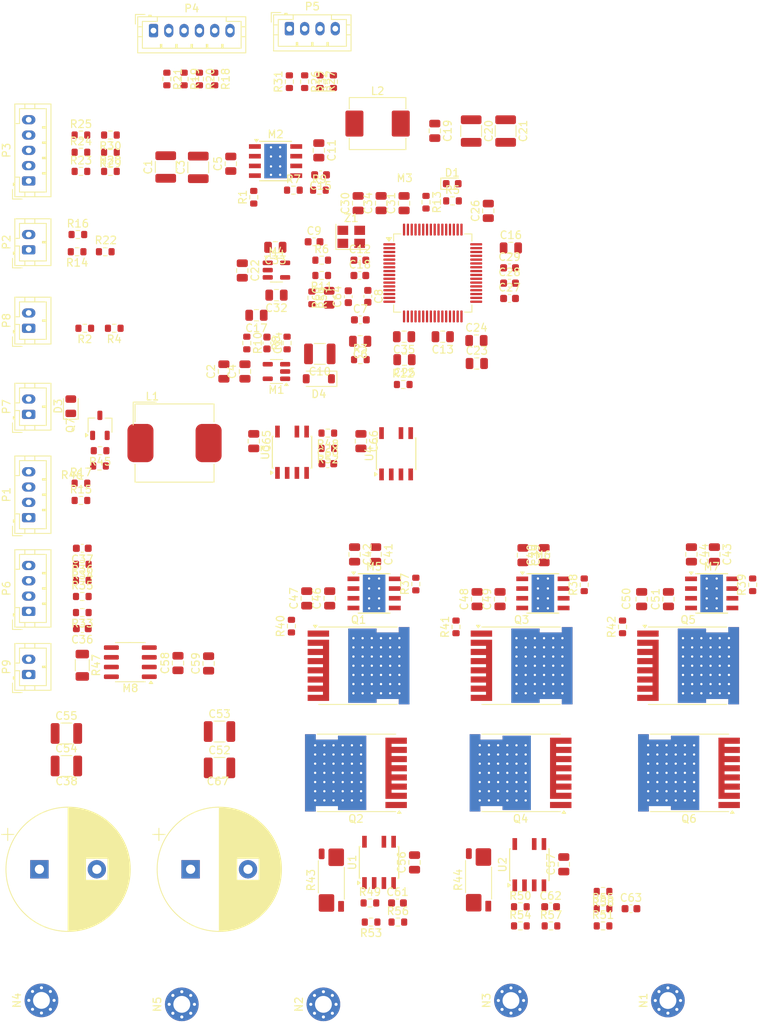
<source format=kicad_pcb>
(kicad_pcb (version 20240108) (generator "pcbnew") (generator_version "8.0")
  (layers (0 "F.Cu" signal) (31 "B.Cu" signal) (34 "B.Paste" user) (35 "F.Paste" user) (36 "B.SilkS" user "B.Silkscreen") (37 "F.SilkS" user "F.Silkscreen") (38 "B.Mask" user) (39 "F.Mask" user) (44 "Edge.Cuts" user))
  (net 0 "")
  (net 1 "+48V")
  (net 2 "GND")
  (net 3 "+5V")
  (net 4 "Net-(M3-V_DDA)")
  (net 5 "Net-(M3-PA0{slash}WKUP{slash}ADC_IN0)")
  (net 6 "Net-(C9-Pad2)")
  (net 7 "+12V")
  (net 8 "Net-(M2-BST)")
  (net 9 "Net-(M2-SW)")
  (net 10 "Net-(M3-OSC_IN)")
  (net 11 "Net-(M3-V_CAP1)")
  (net 12 "Net-(M1-FB)")
  (net 13 "Net-(M2-FB)")
  (net 14 "Net-(M3-V_CAP2)")
  (net 15 "NRST")
  (net 16 "+3.3V")
  (net 17 "Net-(M3-PC6{slash}TIM3_CH1)")
  (net 18 "Net-(M3-PC7{slash}TIM3_CH2)")
  (net 19 "Net-(M3-PC8{slash}TIM3_CH3)")
  (net 20 "Net-(M4-NR{slash}FB)")
  (net 21 "ADC_ANG")
  (net 22 "ADC_BRK")
  (net 23 "Net-(M5-HS)")
  (net 24 "Net-(M5-HB)")
  (net 25 "Net-(M6-HB)")
  (net 26 "Net-(M6-HS)")
  (net 27 "Net-(M7-HB)")
  (net 28 "TERMINAL_C")
  (net 29 "Net-(U3B-+)")
  (net 30 "Net-(U3A-+)")
  (net 31 "Net-(U4A-+)")
  (net 32 "Net-(U4B-+)")
  (net 33 "PCB_NTC")
  (net 34 "Net-(D1-Pad2)")
  (net 35 "Net-(Q7-D)")
  (net 36 "Net-(D4-A)")
  (net 37 "12V_EN")
  (net 38 "Net-(M2-RON)")
  (net 40 "BOOT")
  (net 41 "Net-(M3-OSC_OUT)")
  (net 45 "Net-(M3-PB7{slash}I2C1_SDA{slash}TIM4_CH2)")
  (net 46 "VOLTAGE_B")
  (net 47 "Net-(M3-PA4{slash}SPI1_NSS{slash}DAC_OUT1)")
  (net 49 "Net-(M3-PB6{slash}I2C1_SCL{slash}TIM4_CH1)")
  (net 50 "FET_AL")
  (net 51 "CURRENT_B")
  (net 53 "FET_CL")
  (net 55 "Net-(M3-PC10{slash}USART3_TX)")
  (net 56 "CAN_TX")
  (net 59 "FAN")
  (net 61 "Net-(M3-PA6{slash}SPI1_MISO)")
  (net 62 "Net-(M3-PA13{slash}SWDIO)")
  (net 63 "LED")
  (net 65 "FET_CH")
  (net 66 "CURRENT_A")
  (net 67 "FET_BL")
  (net 69 "FET_AH")
  (net 70 "CAN_RX")
  (net 71 "Net-(M3-PC11{slash}USART3_RX)")
  (net 72 "Net-(M3-PA5{slash}SPI1_SCK{slash}DAC_OUT2)")
  (net 73 "Net-(M3-PA7{slash}SPI1_MOSI)")
  (net 74 "VOLTAGE_U")
  (net 76 "VOLTAGE_C")
  (net 78 "Net-(M3-PA14{slash}SWCLK)")
  (net 79 "VOLTAGE_A")
  (net 82 "FET_BH")
  (net 83 "Net-(M5-HO)")
  (net 84 "Net-(M5-LO)")
  (net 85 "Net-(M6-HO)")
  (net 86 "Net-(M6-LO)")
  (net 87 "Net-(M7-LO)")
  (net 88 "Net-(M7-HO)")
  (net 89 "Net-(M8-CANH)")
  (net 90 "Net-(M8-CANL)")
  (net 91 "TERMINAL_A")
  (net 92 "TERMINAL_B")
  (net 93 "USART_RX")
  (net 94 "USART_TX")
  (net 95 "SWCLK")
  (net 96 "SWDIO")
  (net 97 "HALL_C")
  (net 98 "HALL_B")
  (net 99 "HALL_A")
  (net 100 "SPI_MOSI")
  (net 101 "SPI_SCK")
  (net 102 "SPI_MISO")
  (net 103 "SPI_NSS")
  (net 104 "IN_DIR")
  (net 105 "IN_PPM")
  (net 106 "Net-(P6-Pad3)")
  (net 107 "Net-(P6-Pad2)")
  (net 108 "EXT_NTC")
  (net 109 "Net-(Q1-G)")
  (net 110 "Net-(Q2-G)")
  (net 111 "Net-(Q3-G)")
  (net 112 "Net-(Q4-G)")
  (net 113 "Net-(Q5-G)")
  (net 114 "Net-(Q6-G)")
  (net 115 "Net-(Q7-G)")
  (net 116 "Net-(U1-_)")
  (net 117 "Net-(U1-+)")
  (net 118 "Net-(U2-_)")
  (net 119 "Net-(U2-+)")
  (net 120 "NC")
  (footprint "Capacitor_SMD:C_0805_2012Metric" (layer "F.Cu") (at 47.75 122.15 90)
    (property "Reference" "C4")
    (property "Value" "0.1uF 25v")
  )
  (footprint "Resistor_SMD:R_0603_1608Metric" (layer "F.Cu") (at 30.175 96)
    (property "Reference" "R28")
    (property "Value" "1K")
  )
  (footprint "Connector_JST:JST_PH_B2B-PH-K_1x02_P2.00mm_Vertical" (layer "F.Cu") (at 19.5 116.5 90)
    (property "Reference" "P8")
    (property "Value" "NTC")
  )
  (footprint "Resistor_SMD:R_0603_1608Metric" (layer "F.Cu") (at 25.825 106.5 180)
    (property "Reference" "R14")
    (property "Value" "330")
  )
  (footprint "Capacitor_SMD:C_0603_1608Metric" (layer "F.Cu") (at 56.775 105.2)
    (property "Reference" "C9")
    (property "Value" "12pF")
  )
  (footprint "Capacitor_SMD:C_0805_2012Metric" (layer "F.Cu") (at 64.82 146.05 -90)
    (property "Reference" "C41")
    (property "Value" "0.1uF 25v")
  )
  (footprint "Capacitor_SMD:C_0805_2012Metric" (layer "F.Cu") (at 51.8675 112.17 180)
    (property "Reference" "C32")
    (property "Value" "0.1uF 25v")
  )
  (footprint "Crystal:Crystal_SMD_3225-4Pin_3.2x2.5mm" (layer "F.Cu") (at 61.635 104.55)
    (property "Reference" "Z1")
    (property "Value" "12MHz")
  )
  (footprint "Resistor_SMD:R_0603_1608Metric" (layer "F.Cu") (at 71.4 100.025 -90)
    (property "Reference" "R13")
    (property "Value" "10K")
  )
  (footprint "MountingHole:MountingHole_2.2mm_M2_Pad_Via" (layer "F.Cu") (at 82.5 204.35 90)
    (property "Reference" "N3")
    (property "Value" "PAD4")
  )
  (footprint "Package_SO:SOIC-8_3.9x4.9mm_P1.27mm" (layer "F.Cu") (at 32.775 160.135 180)
    (property "Reference" "M8")
    (property "Value" "SN65HVD256")
  )
  (footprint "Capacitor_SMD:C_0805_2012Metric" (layer "F.Cu") (at 57.4 93.25 -90)
    (property "Reference" "C11")
    (property "Value" "2.2nF 50v")
  )
  (footprint "Package_QFP:LQFP-64_10x10mm_P0.5mm" (layer "F.Cu") (at 72.285 109.28)
    (property "Reference" "M3")
    (property "Value" "STM32F405RG")
  )
  (footprint "Package_TO_SOT_SMD:TSOT-23" (layer "F.Cu") (at 28.8 129.19 90)
    (property "Reference" "Q7")
    (property "Value" "IRLML6401")
  )
  (footprint "Package_TO_SOT_SMD:SOT-23-5" (layer "F.Cu") (at 51.8625 108.9)
    (property "Reference" "M4")
    (property "Value" "TPS73633")
  )
  (footprint "Capacitor_SMD:C_0805_2012Metric" (layer "F.Cu") (at 68.535 100.155 90)
    (property "Reference" "C31")
    (property "Value" "0.1uF 25v")
  )
  (footprint "Resistor_SMD:R_0805_2012Metric" (layer "F.Cu") (at 58.75 112.5125 90)
    (property "Reference" "R60")
    (property "Value" "10K NTC")
  )
  (footprint "Resistor_SMD:R_0603_1608Metric" (layer "F.Cu") (at 26.5 147.35 180)
    (property "Reference" "R34")
    (property "Value" "10K 1%")
  )
  (footprint "Capacitor_SMD:C_0805_2012Metric" (layer "F.Cu") (at 48.9 131.25 -90)
    (property "Reference" "C65")
    (property "Value" "0.1uF 25v")
  )
  (footprint "Inductor_SMD:L_Abracon_ASPI-0630LR" (layer "F.Cu") (at 65.075 89.75)
    (property "Reference" "L2")
    (property "Value" "22uH")
  )
  (footprint "Package_SO:Texas_HSOP-8-1EP_3.9x4.9mm_P1.27mm_ThermalVias" (layer "F.Cu") (at 64.62 151.15)
    (property "Reference" "M5")
    (property "Value" "UCC27211A")
  )
  (footprint "Capacitor_SMD:C_0603_1608Metric" (layer "F.Cu") (at 58.575 134.2)
    (property "Reference" "C60")
    (property "Value" "1nF C0G")
  )
  (footprint "Capacitor_SMD:C_0805_2012Metric" (layer "F.Cu") (at 81.07 151.9 90)
    (property "Reference" "C49")
    (property "Value" "0.1uF 25v")
  )
  (footprint "Capacitor_SMD:C_0805_2012Metric" (layer "F.Cu") (at 55.82 151.8 90)
    (property "Reference" "C47")
    (property "Value" "0.1uF 25v")
  )
  (footprint "Package_SO:SOIC-8-N7_3.9x4.9mm_P1.27mm" (layer "F.Cu") (at 53.9 132.7 90)
    (property "Reference" "U3")
    (property "Value" "AD8539")
  )
  (footprint "Resistor_SMD:R_0603_1608Metric" (layer "F.Cu") (at 114.07 150.025 90)
    (property "Reference" "R39")
    (property "Value" "2")
  )
  (footprint "Capacitor_SMD:C_0805_2012Metric" (layer "F.Cu") (at 58.82 151.8 90)
    (property "Reference" "C46")
    (property "Value" "4.7uF 25v")
  )
  (footprint "Capacitor_SMD:C_0805_2012Metric" (layer "F.Cu") (at 45 122.15 90)
    (property "Reference" "C2")
    (property "Value" "4.7uF 16v")
  )
  (footprint "Capacitor_SMD:C_0805_2012Metric" (layer "F.Cu") (at 69.9 186.3 90)
    (property "Reference" "C56")
    (property "Value" "0.1uF 25v")
  )
  (footprint "Resistor_SMD:R_0603_1608Metric" (layer "F.Cu") (at 83.725 194.6)
    (property "Reference" "R54")
    (property "Value" "22K 1%")
  )
  (footprint "Resistor_SMD:R_0603_1608Metric" (layer "F.Cu") (at 26.5 149.45)
    (property "Reference" "R36")
    (property "Value" "10K 1%")
  )
  (footprint "Capacitor_SMD:C_0603_1608Metric" (layer "F.Cu") (at 62.76 107.605)
    (property "Reference" "C12")
    (property "Value" "12pF")
  )
  (footprint "Capacitor_SMD:C_0603_1608Metric" (layer "F.Cu") (at 50.622 118.425 -90)
    (property "Reference" "C14")
    (property "Value" "180pF")
  )
  (footprint "Package_TO_SOT_SMD:Infineon_PG-HSOF-8-1_ThermalVias" (layer "F.Cu") (at 105.75 174.6 180)
    (property "Reference" "Q6")
    (property "Value" "IPT010N08NM5")
  )
  (footprint "Capacitor_SMD:C_1210_3225Metric" (layer "F.Cu") (at 81.8 90.725 -90)
    (property "Reference" "C21")
    (property "Value" "47uF 10v")
  )
  (footprint "Connector_JST:JST_PH_B2B-PH-K_1x02_P2.00mm_Vertical" (layer "F.Cu") (at 19.5 106.25 90)
    (property "Reference" "P2")
    (property "Value" "SWD")
  )
  (footprint "Resistor_SMD:R_0603_1608Metric" (layer "F.Cu") (at 28.75 134.5 180)
    (property "Reference" "R46")
    (property "Value" "1K")
  )
  (footprint "Capacitor_SMD:C_0805_2012Metric" (layer "F.Cu") (at 82.485 106.005)
    (property "Reference" "C16")
    (property "Value" "0.1uF 25v")
  )
  (footprint "Capacitor_SMD:C_0805_2012Metric" (layer "F.Cu") (at 109.07 146.05 -90)
    (property "Reference" "C43")
    (property "Value" "0.1uF 25v")
  )
  (footprint "Capacitor_SMD:C_0603_1608Metric" (layer "F.Cu") (at 26.5 155.75 180)
    (property "Reference" "C36")
    (property "Value" "0.01uF 25v")
  )
  (footprint "Capacitor_SMD:C_1210_3225Metric" (layer "F.Cu") (at 24.425 169.45)
    (property "Reference" "C55")
    (property "Value" "4.7uF 100v")
  )
  (footprint "Capacitor_THT:CP_Radial_D16.0mm_P7.50mm" (layer "F.Cu") (at 20.9 187.2)
    (property "Reference" "C38")
    (property "Value" "680uF 80v")
  )
  (footprint "Capacitor_SMD:C_0603_1608Metric" (layer "F.Cu") (at 26.5 145.25 180)
    (property "Reference" "C37")
    (property "Value" "0.01uF 25v")
  )
  (footprint "Package_SO:TI_SO-PowerPAD-8_ThermalVias" (layer "F.Cu") (at 51.75 94.65)
    (property "Reference" "M2")
    (property "Value" "LM5164")
  )
  (footprint "Resistor_SMD:R_0603_1608Metric" (layer "F.Cu") (at 94.525 194.6)
    (property "Reference" "R51")
    (property "Value" "470K 1%")
  )
  (footprint "Resistor_SMD:R_1206_3216Metric" (layer "F.Cu") (at 26.5 160.5375 -90)
    (property "Reference" "R47")
    (property "Value" "470")
  )
  (footprint "Resistor_SMD:R_0603_1608Metric" (layer "F.Cu") (at 57.475 98.45)
    (property "Reference" "R9")
    (property "Value" "100K 1%")
  )
  (footprint "Resistor_SMD:R_0603_1608Metric" (layer "F.Cu") (at 26.325 139)
    (property "Reference" "R15")
    (property "Value" "330")
  )
  (footprint "Package_SO:SOIC-8-N7_3.9x4.9mm_P1.27mm" (layer "F.Cu") (at 65.265 186.3 90)
    (property "Reference" "U1")
    (property "Value" "AD8418")
  )
  (footprint "Capacitor_SMD:C_0603_1608Metric" (layer "F.Cu") (at 62.76 109.605)
    (property "Reference" "C18")
    (property "Value" "0.01uF 25v")
  )
  (footprint "Inductor_SMD:L_Bourns_SRP1050WA" (layer "F.Cu") (at 38.55 131.5)
    (property "Reference" "L1")
    (property "Value" "10uH")
  )
  (footprint "Resistor_SMD:R_0603_1608Metric" (layer "F.Cu") (at 57.775 109.6 180)
    (property "Reference" "R11")
    (property "Value" "10K")
  )
  (footprint "Connector_JST:JST_PH_B4B-PH-K_1x04_P2.00mm_Vertical" (layer "F.Cu") (at 53.55 77.35)
    (property "Reference" "P5")
    (property "Value" "PPM")
  )
  (footprint "Resistor_SMD:R_0603_1608Metric" (layer "F.Cu") (at 58.575 132.2 180)
    (property "Reference" "R52")
    (property "Value" "22K 1%")
  )
  (footprint "Connector_JST:JST_PH_B2B-PH-K_1x02_P2.00mm_Vertical" (layer "F.Cu") (at 19.5 127.75 90)
    (property "Reference" "P7")
    (property "Value" "FAN")
  )
  (footprint "Resistor_SMD:R_0603_1608Metric" (layer "F.Cu") (at 37.55 83.925 -90)
    (property "Reference" "R21")
    (property "Value" "330")
  )
  (footprint "Package_SO:SOIC-8-N7_3.9x4.9mm_P1.27mm" (layer "F.Cu") (at 84.9 186.6 90)
    (property "Reference" "U2")
    (property "Value" "AD8418")
  )
  (footprint "Resistor_SMD:R_0603_1608Metric" (layer "F.Cu") (at 26.325 136.75)
    (property "Reference" "R17")
    (property "Value" "330")
  )
  (footprint "Resistor_SMD:R_0603_1608Metric" (layer "F.Cu") (at 26.325 96)
    (property "Reference" "R23")
    (property "Value" "1K")
  )
  (footprint "Capacitor_SMD:C_1210_3225Metric" (layer "F.Cu") (at 37.4 95.425 90)
    (property "Reference" "C1")
    (property "Value" "2.2uF 100v")
  )
  (footprint "Capacitor_SMD:C_0805_2012Metric" (layer "F.Cu") (at 103.07 151.9 90)
    (property "Reference" "C51")
    (property "Value" "0.1uF 25v")
  )
  (footprint "Capacitor_SMD:C_1210_3225Metric" (layer "F.Cu") (at 44.425 169.2)
    (property "Reference" "C53")
    (property "Value" "4.7uF 100v")
  )
  (footprint "Capacitor_SMD:C_0603_1608Metric" (layer "F.Cu") (at 82.31 112.605)
    (property "Reference" "C27")
    (property "Value" "0.01uF 25v")
  )
  (footprint "Capacitor_SMD:C_0805_2012Metric" (layer "F.Cu") (at 65.535 100.15 90)
    (property "Reference" "C34")
    (property "Value" "0.1uF 25v")
  )
  (footprint "Capacitor_SMD:C_1210_3225Metric" (layer "F.Cu") (at 44.425 173.95)
    (property "Reference" "C52")
    (property "Value" "4.7uF 100v")
  )
  (footprint "Capacitor_SMD:C_0805_2012Metric" (layer "F.Cu") (at 51.7175 105.92 180)
    (property "Reference" "C33")
    (property "Value" "0.1uF 25v")
  )
  (footprint "Capacitor_SMD:C_0805_2012Metric" (layer "F.Cu") (at 62.535 100.155 90)
    (property "Reference" "C30")
    (property "Value" "4.7uF 16v")
  )
  (footprint "Resistor_SMD:R_0603_1608Metric" (layer "F.Cu") (at 64.225 194.1 180)
    (property "Reference" "R53")
    (property "Value" "22K 1%")
  )
  (footprint "Package_TO_SOT_SMD:Infineon_PG-HSOF-8-1_ThermalVias" (layer "F.Cu") (at 62.25 174.6 180)
    (property "Reference" "Q2")
    (property "Value" "IPT010N08NM5")
  )
  (footprint "Resistor_SMD:R_0603_1608Metric" (layer "F.Cu") (at 55.55 84.275 -90)
    (property "Reference" "R26")
    (property "Value" "330")
  )
  (footprint "Resistor_SMD:R_0603_1608Metric" (layer "F.Cu") (at 29.5 106.5 180)
    (property "Reference" "R22")
    (property "Value" "1")
  )
  (footprint "Capacitor_SMD:C_0805_2012Metric" (layer "F.Cu") (at 72.55 90.7 -90)
    (property "Reference" "C19")
    (property "Value" "1uF 25v")
  )
  (footprint "Resistor_SMD:R_0603_1608Metric" (layer "F.Cu") (at 75.32 155.525 90)
    (property "Reference" "R41")
    (property "Value" "2")
  )
  (footprint "Resistor_SMD:R_0603_1608Metric" (layer "F.Cu") (at 53.25 118.425 90)
    (property "Reference" "R8")
    (property "Value" "100K 1%")
  )
  (footprint "Resistor_SMD:R_0603_1608Metric" (layer "F.Cu") (at 74.86 99.855)
    (property "Reference" "R5")
    (property "Value" "1K")
  )
  (footprint "Resistor_SMD:R_0603_1608Metric" (layer "F.Cu") (at 57.775 107.6)
    (property "Reference" "R6")
    (property "Value" "1K")
  )
  (footprint "Resistor_SMD:R_Shunt_Vishay_WSK2512_6332Metric_T1.19mm" (layer "F.Cu") (at 59.035 188.615 90)
    (property "Reference" "R43")
    (property "Value" "0.0005 1%")
  )
  (footprint "Resistor_SMD:R_0603_1608Metric" (layer "F.Cu") (at 94.525 190.1 180)
    (property "Reference" "R58")
    (property "Value" "470K 1%")
  )
  (footprint "Resistor_SMD:R_0603_1608Metric" (layer "F.Cu") (at 68.425 123.85)
    (property "Reference" "R12")
    (property "Value" "10K")
  )
  (footprint "Capacitor_SMD:C_0805_2012Metric" (layer "F.Cu") (at 84.07 146.15 -90)
    (property "Reference" "C39")
    (property "Value" "0.1uF 25v")
  )
  (footprint "Capacitor_THT:CP_Radial_D16.0mm_P7.50mm" (layer "F.Cu") (at 40.65 187.2)
    (property "Reference" "C67")
    (property "Value" "680uF 80v")
  )
  (footprint "Resistor_SMD:R_0603_1608Metric" (layer "F.Cu") (at 26.5 153.65 180)
    (property "Reference" "R33")
    (property "Value" "10K 1%")
  )
  (footprint "Capacitor_SMD:C_0805_2012Metric" (layer "F.Cu") (at 68.585 120.605 180)
    (property "Reference" "C25")
    (property "Value" "4.7uF 16v")
  )
  (footprint "Capacitor_SMD:C_0603_1608Metric" (layer "F.Cu") (at 82.31 108.605)
    (property "Reference" "C29")
    (property "Value" "0.01uF 25v")
  )
  (footprint "Capacitor_SMD:C_0603_1608Metric" (layer "F.Cu") (at 67.675 191.6)
    (property "Reference" "C61")
    (property "Value" "1nF C0G")
  )
  (footprint "Package_TO_SOT_SMD:SOT-23-5" (layer "F.Cu") (at 51.8625 122.15 180)
    (property "Reference" "M1")
    (property "Value" "TPS61040")
  )
  (footprint "Capacitor_SMD:C_0805_2012Metric" (layer "F.Cu") (at 39 160.25 90)
    (property "Reference" "C58")
    (property "Value" "0.1uF 25v")
  )
  (footprint "Capacitor_SMD:C_0603_1608Metric" (layer "F.Cu") (at 57.625 96.45 180)
    (property "Reference" "C15")
    (property "Value" "180pF")
  )
  (footprint "Resistor_SMD:R_0603_1608Metric" (layer "F.Cu") (at 64.075 191.6)
    (property "Reference" "R49")
    (property "Value" "470K 1%")
  )
  (footprint "Resistor_SMD:R_0603_1608Metric" (layer "F.Cu") (at 41.8 83.925 -90)
    (property "Reference" "R20")
    (property "Value" "330")
  )
  (footprint "Capacitor_SMD:C_0603_1608Metric" (layer "F.Cu") (at 82.31 110.605)
    (property "Reference" "C28")
    (property "Value" "0.01uF 25v")
  )
  (footprint "Capacitor_SMD:C_0805_2012Metric" (layer "F.Cu") (at 106.07 146.05 -90)
    (property "Reference" "C44")
    (property "Value" "1uF 25v")
  )
  (footprint "Connector_JST:JST_PH_B2B-PH-K_1x02_P2.00mm_Vertical" (layer "F.Cu") (at 19.5 161.75 90)
    (property "Reference" "P9")
    (property "Value" "CAN")
  )
  (footprint "Capacitor_SMD:C_0805_2012Metric" (layer "F.Cu") (at 78.035 121.105)
    (property "Reference" "C23")
    (property "Value" "4.7uF 16v")
  )
  (footprint "Package_TO_SOT_SMD:Infineon_PG-HSOF-8-1_ThermalVias" (layer "F.Cu") (at 83.89 160.6)
    (property "Reference" "Q3")
    (property "Value" "IPT010N08NM5")
  )
  (footprint "Package_TO_SOT_SMD:Infineon_PG-HSOF-8-1_ThermalVias" (layer "F.Cu") (at 105.64 160.6)
    (property "Reference" "Q5")
    (property "Value" "IPT010N08NM5")
  )
  (footprint "Capacitor_SMD:C_1210_3225Metric" (layer "F.Cu") (at 57.525 119.85 180)
    (property "Reference" "C10")
    (property "Value" "10uF 25v")
  )
  (footprint "Capacitor_SMD:C_0603_1608Metric" (layer "F.Cu") (at 63.8 112.325 -90)
    (property "Reference" "C8")
    (property "Value" "0.01uF 25v")
  )
  (footprint "Capacitor_SMD:C_0805_2012Metric" (layer "F.Cu") (at 45.9 95 90)
    (property "Reference" "C5")
    (property "Value" "0.1uF 100v")
  )
  (footprint "LED_SMD:LED_0603_1608Metric" (layer "F.Cu") (at 74.8225 97.605)
    (property "Reference" "D1")
    (property "Value" "LED")
  )
  (footprint "Resistor_SMD:R_0603_1608Metric" (layer "F.Cu") (at 28.825 132.5 180)
    (property "Reference" "R45")
    (property "Value" "47K")
  )
  (footprint "MountingHole:MountingHole_2.2mm_M2_Pad_Via" (layer "F.Cu") (at 58 204.85 90)
    (property "Reference" "N2")
    (property "Value" "PAD4")
  )
  (footprint "Capacitor_SMD:C_0805_2012Metric" (layer "F.Cu") (at 62.07 146.05 -90)
    (property "Reference" "C42")
    (property "Value" "1uF 25v")
  )
  (footprint "Capacitor_SMD:C_0603_1608Metric" (layer "F.Cu") (at 87.675 192.1)
    (property "Reference" "C62")
    (property "Value" "1nF C0G")
  )
  (footprint "Capacitor_SMD:C_0805_2012Metric" (layer "F.Cu") (at 78.07 151.9 90)
    (property "Reference" "C48")
    (property "Value" "4.7uF 25v")
  )
  (footprint "Resistor_SMD:R_0603_1608Metric" (layer "F.Cu") (at 67.725 194.1)
    (property "Reference" "R56")
    (property "Value" "470K 1%")
  )
  (footprint "Resistor_SMD:R_0603_1608Metric" (layer "F.Cu") (at 47.994 118.425 -90)
    (property "Reference" "R10")
    (property "Value" "13.7K 1%")
  )
  (footprint "Package_SO:Texas_HSOP-8-1EP_3.9x4.9mm_P1.27mm_ThermalVias" (layer "F.Cu") (at 86.67 151.15)
    (property "Reference" "M6")
    (property "Value" "UCC27211A")
  )
  (footprint "Resistor_SMD:R_0603_1608Metric" (layer "F.Cu") (at 92.07 150.025 90)
    (property "Reference" "R38")
    (property "Value" "2")
  )
  (footprint "Resistor_SMD:R_0603_1608Metric" (layer "F.Cu") (at 26.325 91.25)
    (property "Reference" "R25")
    (property "Value" "1K")
  )
  (footprint "Resistor_SMD:R_0603_1608Metric" (layer "F.Cu") (at 30.175 93.5 180)
    (property "Reference" "R29")
    (property "Value" "1K")
  )
  (footprint "Package_TO_SOT_SMD:Infineon_PG-HSOF-8-1_ThermalVias" (layer "F.Cu") (at 62.59 160.6)
    (property "Reference" "Q1")
    (property "Value" "IPT010N08NM5")
  )
  (footprint "Resistor_SMD:R_0603_1608Metric" (layer "F.Cu") (at 39.8 83.925 -90)
    (property "Reference" "R19")
    (property "Value" "330")
  )
  (footprint "Capacitor_SMD:C_1210_3225Metric" (layer "F.Cu") (at 77.3 90.725 -90)
    (property "Reference" "C20")
    (property "Value" "47uF 10v")
  )
  (footprint "Package_TO_SOT_SMD:Infineon_PG-HSOF-8-1_ThermalVias" (layer "F.Cu") (at 83.75 174.6 180)
    (property "Reference" "Q4")
    (property "Value" "IPT010N08NM5")
  )
  (footprint "Resistor_SMD:R_0603_1608Metric" (layer "F.Cu") (at 70.07 149.925 90)
    (property "Reference" "R37")
    (property "Value" "2")
  )
  (footprint "Resistor_SMD:R_0603_1608Metric" (layer "F.Cu") (at 30.175 91.25 180)
    (property "Reference" "R30")
    (property "Value" "1K")
  )
  (footprint "Capacitor_SMD:C_0603_1608Metric" (layer "F.Cu") (at 62.825 115.4)
    (property "Reference" "C7")
    (property "Value" "0.01uF 25v")
  )
  (footprint "Resistor_SMD:R_0603_1608Metric" (layer "F.Cu") (at 30.675 116.5 180)
    (property "Reference" "R4")
    (property "Value" "330")
  )
  (footprint "Connector_JST:JST_PH_B4B-PH-K_1x04_P2.00mm_Vertical" (layer "F.Cu") (at 19.5 153.5 90)
    (property "Reference" "P6")
    (property "Value" "ANALOG")
  )
  (footprint "Resistor_SMD:R_0603_1608Metric" (layer "F.Cu") (at 59.3 84.275 90)
    (property "Reference" "R32")
    (property "Value" "1K")
  )
  (footprint "Capacitor_SMD:C_0805_2012Metric" (layer "F.Cu") (at 77.985 118.105)
    (property "Reference" "C24")
    (property "Value" "0.1uF 25v")
  )
  (footprint "Capacitor_SMD:C_1210_3225Metric" (layer "F.Cu") (at 41.65 95.475 90)
    (property "Reference" "C3")
    (property "Value" "2.2uF 100v")
  )
  (footprint "Resistor_SMD:R_Shunt_Vishay_WSK2512_6332Metric_T1.19mm" (layer "F.Cu") (at 78.265 188.585 90)
    (property "Reference" "R44")
    (property "Value" "0.0005 1%")
  )
  (footprint "Resistor_SMD:R_0603_1608Metric" (layer "F.Cu") (at 48.9 99.375 90)
    (property "Reference" "R1")
    (property "Value" "15K")
  )
  (footprint "Capacitor_SMD:C_1210_3225Metric" (layer "F.Cu") (at 24.425 173.7)
    (property "Reference" "C54")
    (property "Value" "4.7uF 100v")
  )
  (footprint "MountingHole:MountingHole_2.2mm_M2_Pad_Via" (layer "F.Cu") (at 39.5 204.85 90)
    (property "Reference" "N5")
    (property "Value" "PAD4")
  )
  (footprint "Capacitor_SMD:C_0805_2012Metric" (layer "F.Cu") (at 49.25 114.8 180)
    (property "Reference" "C17")
    (property "Value" "0.1uF 25v")
  )
  (footprint "Capacitor_SMD:C_0805_2012Metric" (layer "F.Cu") (at 86.82 146.15 90)
    (property "Reference" "C40")
    (property "Value" "1uF 25v")
  )
  (footprint "Resistor_SMD:R_0603_1608Metric" (layer "F.Cu") (at 25.925 104.25)
    (property "Reference" "R16")
    (property "Value" "330")
  )
  (footprint "Capacitor_SMD:C_0603_1608Metric" (layer "F.Cu") (at 61.25 112.375 90)
    (property "Reference" "C64")
    (property "Value" "0.01uF 25v")
  )
  (footprint "Capacitor_SMD:C_0805_2012Metric" (layer "F.Cu") (at 68.535 117.605 180)
    (property "Reference" "C35")
    (property "Value" "0.1uF 25v")
  )
  (footprint "Resistor_SMD:R_0603_1608Metric" (layer "F.Cu") (at 62.825 120.6)
    (property "Reference" "R3")
    (property "Value" "1")
  )
  (footprint "Diode_SMD:D_SOD-123" (layer "F.Cu") (at 57.4 123.1 180)
    (property "Reference" "D4")
    (property "Value" "MBR0530")
  )
  (footprint "Resistor_SMD:R_0603_1608Metric" (layer "F.Cu") (at 57.55 84.275 -90)
    (property "Reference" "R27")
    (property "Value" "330")
  )
  (footprint "Connector_JST:JST_PH_B4B-PH-K_1x04_P2.00mm_Vertical" (layer "F.Cu") (at 19.5 141.25 90)
    (property "Reference" "P1")
    (property "Value" "USART")
  )
  (footprint "Capacitor_SMD:C_0805_2012Metric" (layer "F.Cu") (at 62.9 131.25 -90)
    (property "Reference" "C66")
    (property "Value" "0.1uF 25v")
  )
  (footprint "Capacitor_SMD:C_0805_2012Metric" (layer "F.Cu") (at 79.535 101.155 90)
    (property "Reference" "C26")
    (property "Value" "0.1uF 25v")
  )
  (footprint "Resistor_SMD:R_0603_1608Metric" (layer "F.Cu") (at 26.325 93.5)
    (property "Reference" "R24")
    (property "Value" "1K")
  )
  (footprint "Capacitor_SMD:C_0805_2012Metric" (layer "F.Cu") (at 99.57 151.9 90)
    (property "Reference" "C50")
    (property "Value" "4.7uF 25v")
  )
  (footprint "Capacitor_SMD:C_0805_2012Metric" (layer "F.Cu") (at 62.8 118.2 180)
    (property "Reference" "C6")
    (property "Value" "0.1uF 25v")
  )
  (footprint "Resistor_SMD:R_0603_1608Metric" (layer "F.Cu") (at 26.5 151.55)
    (property "Reference" "R35")
    (property "Value" "10K 1%")
  )
  (footprint "Capacitor_SMD:C_0805_2012Metric" (layer "F.Cu") (at 73.585 117.605 180)
    (property "Reference" "C13")
    (property "Value" "0.1uF 25v")
  )
  (footprint "Capacitor_SMD:C_0805_2012Metric" (layer "F.Cu") (at 89.4 186.55 90)
    (property "Reference" "C57")
    (property "Value" "0.1uF 25v")
  )
  (footprint "Package_SO:Texas_HSOP-8-1EP_3.9x4.9mm_P1.27mm_ThermalVias" (layer "F.Cu") (at 108.72 151.15)
    (property "Reference" "M7")
    (property "Value" "UCC27211A")
  )
  (footprint "MountingHole:MountingHole_2.2mm_M2_Pad_Via" (layer "F.Cu") (at 103 204.35 90)
    (property "Reference" "N1")
    (property "Value" "PAD4")
  )
  (footprint "Resistor_SMD:R_0603_1608Metric" (layer "F.Cu") (at 26.825 116.5 180)
    (property "Reference" "R2")
    (property "Value" "10K 1%")
  )
  (footprint "Resistor_SMD:R_0603_1608Metric" (layer "F.Cu") (at 94.525 192.35)
    (property "Reference" "R55")
    (property "Value" "22K 1%")
  )
  (footprint "Resistor_SMD:R_0603_1608Metric" (layer "F.Cu") (at 53.55 84.275 90)
    (property "Reference" "R31")
    (property "Value" "1K")
  )
  (footprint "Capacitor_SMD:C_0805_2012Metric" (layer "F.Cu") (at 47.4 108.95 -90)
    (property "Reference" "C22")
    (property "Value" "4.7uF 16v")
  )
  (footprint "Resistor_SMD:R_0603_1608Metric" (layer "F.Cu") (at 56.5 112.525 -90)
    (property "Reference" "R59")
    (property "Value" "10K 1%")
  )
  (footprint "Resistor_SMD:R_0603_1608Metric" (layer "F.Cu") (at 87.725 194.6)
    (property "Reference" "R57")
    (property "Value" "470K 1%")
  )
  (footprint "Connector_JST:JST_PH_B5B-PH-K_1x05_P2.00mm_Vertical" (layer "F.Cu") (at 19.5 97.25 90)
    (property "Reference" "P3")
    (property "Value" "HALL")
  )
  (footprint "Resistor_SMD:R_0603_1608Metric" (layer "F.Cu") (at 43.8 83.925 -90)
    (property "Reference" "R18")
    (property "Value" "330")
  )
  (footprint "Connector_JST:JST_PH_B6B-PH-K_1x06_P2.00mm_Vertical" (layer "F.Cu") (at 35.8 77.6)
    (property "Reference" "P4")
    (property "Value" "SPI")
  )
  (footprint "Capacitor_SMD:C_0805_2012Metric" (layer "F.Cu") (at 43 160.3 90)
    (property "Reference" "C59")
    (property "Value" "1uF 25v")
  )
  (footprint "Package_SO:SOIC-8-N7_3.9x4.9mm_P1.27mm" (layer "F.Cu") (at 67.495 132.9 90)
    (property "Reference" "U4")
    (property "Value" "AD8539")
  )
  (footprint "Resistor_SMD:R_0603_1608Metric" (layer "F.Cu") (at 53.82 155.425 90)
    (property "Reference" "R40")
    (property "Value" "2")
  )
  (footprint "Resistor_SMD:R_0603_1608Metric" (layer "F.Cu") (at 83.725 192.1)
    (property "Reference" "R50")
    (property "Value" "470K 1%")
  )
  (footprint "Resistor_SMD:R_0603_1608Metric" (layer "F.Cu") (at 97.07 155.525 90)
    (property "Reference" "R42")
    (property "Value" "2")
  )
  (footprint "Resistor_SMD:R_0603_1608Metric" (layer "F.Cu") (at 54.075 98.45)
    (property "Reference" "R7")
    (property "Value" "31.5K 1%")
  )
  (footprint "Resistor_SMD:R_0603_1608Metric" (layer "F.Cu") (at 58.575 130.2 180)
    (property "Reference" "R48")
    (property "Value" "470K 1%")
  )
  (footprint "Diode_SMD:D_0805_2012Metric" (layer "F.Cu") (at 25 126.6875 90)
    (property "Reference" "D3")
    (property "Value" "1N4448WS")
  )
  (footprint "MountingHole:MountingHole_2.2mm_M2_Pad_Via" (layer "F.Cu") (at 21.1667 204.3333 90)
    (property "Reference" "N4")
    (property "Value" "PAD4")
  )
  (footprint "Capacitor_SMD:C_0603_1608Metric" (layer "F.Cu") (at 98.175 192.35)
    (property "Reference" "C63")
    (property "Value" "1nF C0G")
  )
)
</source>
